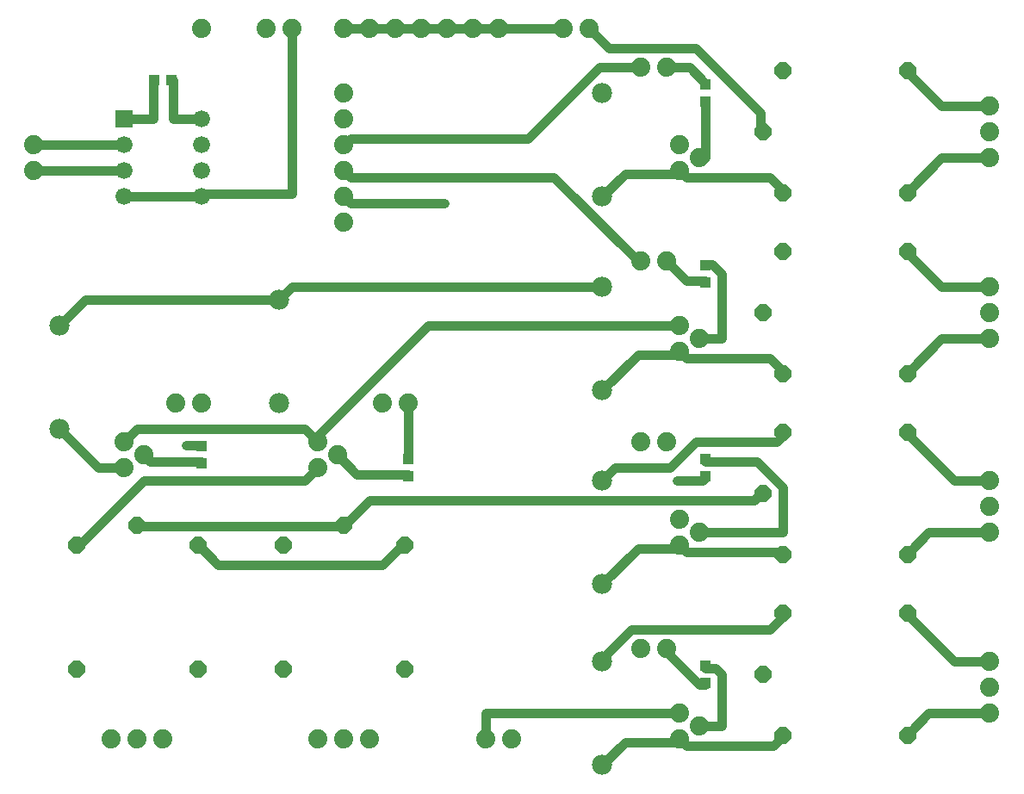
<source format=gbr>
G04 EAGLE Gerber RS-274X export*
G75*
%MOMM*%
%FSLAX34Y34*%
%LPD*%
%INTop Copper*%
%IPPOS*%
%AMOC8*
5,1,8,0,0,1.08239X$1,22.5*%
G01*
%ADD10C,1.879600*%
%ADD11C,1.981200*%
%ADD12R,1.000000X1.100000*%
%ADD13R,1.100000X1.000000*%
%ADD14P,1.785944X8X22.500000*%
%ADD15P,1.785944X8X292.500000*%
%ADD16R,1.676400X1.676400*%
%ADD17C,1.676400*%
%ADD18C,0.914400*%
%ADD19C,0.756400*%


D10*
X317500Y736600D03*
X342900Y736600D03*
X368300Y736600D03*
X393700Y736600D03*
X419100Y736600D03*
X444500Y736600D03*
X469900Y736600D03*
X533400Y736600D03*
X558800Y736600D03*
X241300Y736600D03*
X266700Y736600D03*
X482600Y38100D03*
X457200Y38100D03*
D11*
X571500Y12700D03*
X571500Y114300D03*
D10*
X609600Y698500D03*
X635000Y698500D03*
X355600Y368300D03*
X381000Y368300D03*
X152400Y368300D03*
X177800Y368300D03*
D11*
X571500Y190500D03*
X571500Y292100D03*
X571500Y381000D03*
X571500Y482600D03*
X571500Y571500D03*
X571500Y673100D03*
X254000Y368300D03*
X254000Y469900D03*
X38100Y342900D03*
X38100Y444500D03*
D10*
X609600Y127000D03*
X635000Y127000D03*
X609600Y330200D03*
X635000Y330200D03*
X609600Y508000D03*
X635000Y508000D03*
X12700Y596900D03*
X12700Y622300D03*
X177800Y736600D03*
X647700Y63500D03*
X666750Y50800D03*
X647700Y38100D03*
X647700Y254000D03*
X666750Y241300D03*
X647700Y228600D03*
X647700Y444500D03*
X666750Y431800D03*
X647700Y419100D03*
X647700Y622300D03*
X666750Y609600D03*
X647700Y596900D03*
X292100Y330200D03*
X311150Y317500D03*
X292100Y304800D03*
X101600Y330200D03*
X120650Y317500D03*
X101600Y304800D03*
D12*
X673100Y93100D03*
X673100Y110100D03*
X381000Y313300D03*
X381000Y296300D03*
X673100Y681600D03*
X673100Y664600D03*
D13*
X148200Y685800D03*
X131200Y685800D03*
D12*
X673100Y296300D03*
X673100Y313300D03*
X673100Y486800D03*
X673100Y503800D03*
X177800Y326000D03*
X177800Y309000D03*
D10*
X952500Y114300D03*
X952500Y88900D03*
X952500Y63500D03*
X952500Y292100D03*
X952500Y266700D03*
X952500Y241300D03*
X952500Y482600D03*
X952500Y457200D03*
X952500Y431800D03*
X952500Y660400D03*
X952500Y635000D03*
X952500Y609600D03*
X139700Y38100D03*
X114300Y38100D03*
X88900Y38100D03*
X342900Y38100D03*
X317500Y38100D03*
X292100Y38100D03*
X317500Y546100D03*
X317500Y571500D03*
X317500Y596900D03*
X317500Y622300D03*
X317500Y647700D03*
X317500Y673100D03*
D14*
X749300Y161600D03*
X749300Y41600D03*
X871300Y161600D03*
X871300Y41600D03*
X729300Y101600D03*
X749300Y339400D03*
X749300Y219400D03*
X871300Y339400D03*
X871300Y219400D03*
X729300Y279400D03*
D15*
X377500Y228600D03*
X257500Y228600D03*
X377500Y106600D03*
X257500Y106600D03*
X317500Y248600D03*
D14*
X749300Y517200D03*
X749300Y397200D03*
X871300Y517200D03*
X871300Y397200D03*
X729300Y457200D03*
X749300Y695000D03*
X749300Y575000D03*
X871300Y695000D03*
X871300Y575000D03*
X729300Y635000D03*
D15*
X174300Y228600D03*
X54300Y228600D03*
X174300Y106600D03*
X54300Y106600D03*
X114300Y248600D03*
D16*
X101600Y647700D03*
D17*
X101600Y622300D03*
X101600Y596900D03*
X101600Y571500D03*
X177800Y571500D03*
X177800Y596900D03*
X177800Y622300D03*
X177800Y647700D03*
D18*
X749300Y41275D02*
X739775Y31750D01*
X654050Y31750D01*
X647700Y38100D01*
X749300Y41275D02*
X749300Y41600D01*
X593725Y34925D02*
X571500Y12700D01*
X593725Y34925D02*
X644525Y34925D01*
X647700Y38100D01*
X654050Y222250D02*
X749300Y222250D01*
X654050Y222250D02*
X647700Y228600D01*
X749300Y222250D02*
X749300Y219400D01*
X606425Y225425D02*
X571500Y190500D01*
X606425Y225425D02*
X644525Y225425D01*
X647700Y228600D01*
X749300Y400050D02*
X736600Y412750D01*
X654050Y412750D01*
X647700Y419100D01*
X749300Y400050D02*
X749300Y397200D01*
X606425Y415925D02*
X571500Y381000D01*
X606425Y415925D02*
X644525Y415925D01*
X647700Y419100D01*
X76200Y304800D02*
X38100Y342900D01*
X76200Y304800D02*
X101600Y304800D01*
X120650Y292100D02*
X57150Y228600D01*
X120650Y292100D02*
X279400Y292100D01*
X292100Y304800D01*
X57150Y228600D02*
X54300Y228600D01*
X736600Y590550D02*
X749300Y577850D01*
X736600Y590550D02*
X654050Y590550D01*
X647700Y596900D01*
X749300Y577850D02*
X749300Y575000D01*
X593725Y593725D02*
X571500Y571500D01*
X593725Y593725D02*
X644525Y593725D01*
X647700Y596900D01*
X673100Y609600D02*
X673100Y664600D01*
X673100Y609600D02*
X666750Y609600D01*
X381000Y298450D02*
X330200Y298450D01*
X311150Y317500D01*
X381000Y298450D02*
X381000Y296300D01*
X177800Y311150D02*
X127000Y311150D01*
X120650Y317500D01*
X177800Y311150D02*
X177800Y309000D01*
X177800Y327025D02*
X161925Y327025D01*
X177800Y327025D02*
X177800Y326000D01*
D19*
X161925Y327025D03*
D18*
X381000Y313300D02*
X381000Y368300D01*
X673100Y682625D02*
X657225Y698500D01*
X635000Y698500D01*
X673100Y682625D02*
X673100Y681600D01*
X673100Y504825D02*
X679450Y504825D01*
X688975Y495300D01*
X688975Y431800D01*
X666750Y431800D01*
X673100Y503800D02*
X673100Y504825D01*
X673100Y488950D02*
X654050Y488950D01*
X635000Y508000D01*
X673100Y488950D02*
X673100Y486800D01*
X673100Y295275D02*
X669925Y292100D01*
X644525Y292100D01*
X673100Y295275D02*
X673100Y296300D01*
D19*
X644525Y292100D03*
D18*
X673100Y311150D02*
X723900Y311150D01*
X749300Y285750D01*
X749300Y241300D01*
X666750Y241300D01*
X673100Y311150D02*
X673100Y313300D01*
X673100Y92075D02*
X666750Y92075D01*
X635000Y123825D01*
X635000Y127000D01*
X673100Y93100D02*
X673100Y92075D01*
X673100Y107950D02*
X682625Y107950D01*
X688975Y101600D01*
X688975Y50800D01*
X666750Y50800D01*
X673100Y107950D02*
X673100Y110100D01*
X873125Y44450D02*
X892175Y63500D01*
X952500Y63500D01*
X873125Y44450D02*
X871300Y41600D01*
X917575Y114300D02*
X873125Y158750D01*
X917575Y114300D02*
X952500Y114300D01*
X873125Y158750D02*
X871300Y161600D01*
X873125Y222250D02*
X892175Y241300D01*
X952500Y241300D01*
X873125Y222250D02*
X871300Y219400D01*
X749300Y336550D02*
X742950Y330200D01*
X663575Y330200D01*
X638175Y304800D01*
X584200Y304800D01*
X571500Y292100D01*
X749300Y336550D02*
X749300Y339400D01*
X904875Y482600D02*
X873125Y514350D01*
X904875Y482600D02*
X952500Y482600D01*
X873125Y514350D02*
X871300Y517200D01*
X873125Y336550D02*
X917575Y292100D01*
X952500Y292100D01*
X873125Y336550D02*
X871300Y339400D01*
X904875Y660400D02*
X873125Y692150D01*
X904875Y660400D02*
X952500Y660400D01*
X873125Y692150D02*
X871300Y695000D01*
X904875Y609600D02*
X873125Y577850D01*
X904875Y609600D02*
X952500Y609600D01*
X873125Y577850D02*
X871300Y575000D01*
X149225Y647700D02*
X149225Y685800D01*
X149225Y647700D02*
X177800Y647700D01*
X149225Y685800D02*
X148200Y685800D01*
X130175Y685800D02*
X130175Y647700D01*
X101600Y647700D01*
X130175Y685800D02*
X131200Y685800D01*
X101600Y622300D02*
X12700Y622300D01*
X101600Y571500D02*
X177800Y571500D01*
X266700Y574675D02*
X266700Y736600D01*
X266700Y574675D02*
X180975Y574675D01*
X177800Y571500D01*
X174625Y228600D02*
X193675Y209550D01*
X355600Y209550D01*
X374650Y228600D01*
X174625Y228600D02*
X174300Y228600D01*
X374650Y228600D02*
X377500Y228600D01*
X736600Y146050D02*
X749300Y158750D01*
X736600Y146050D02*
X600075Y146050D01*
X571500Y117475D01*
X571500Y114300D01*
X749300Y158750D02*
X749300Y161600D01*
X63500Y469900D02*
X38100Y444500D01*
X63500Y469900D02*
X254000Y469900D01*
X266700Y482600D01*
X571500Y482600D01*
X114300Y342900D02*
X101600Y330200D01*
X114300Y342900D02*
X279400Y342900D01*
X292100Y330200D01*
X457200Y63500D02*
X457200Y38100D01*
X457200Y63500D02*
X647700Y63500D01*
X292100Y336550D02*
X400050Y444500D01*
X647700Y444500D01*
X292100Y336550D02*
X292100Y330200D01*
X323850Y565150D02*
X317500Y571500D01*
X323850Y565150D02*
X415925Y565150D01*
D19*
X415925Y565150D03*
D18*
X323850Y590550D02*
X317500Y596900D01*
X323850Y590550D02*
X523875Y590550D01*
X606425Y508000D01*
X609600Y508000D01*
X323850Y628650D02*
X317500Y622300D01*
X323850Y628650D02*
X498475Y628650D01*
X568325Y698500D01*
X609600Y698500D01*
X904875Y431800D02*
X873125Y400050D01*
X904875Y431800D02*
X952500Y431800D01*
X873125Y400050D02*
X871300Y397200D01*
X342900Y736600D02*
X317500Y736600D01*
X342900Y736600D02*
X368300Y736600D01*
X393700Y736600D01*
X419100Y736600D01*
X444500Y736600D01*
X469900Y736600D01*
X533400Y736600D01*
X317500Y247650D02*
X114300Y247650D01*
X114300Y248600D01*
X317500Y248600D02*
X317500Y247650D01*
X577850Y717550D02*
X558800Y736600D01*
X577850Y717550D02*
X663575Y717550D01*
X727075Y654050D01*
X727075Y635000D01*
X729300Y635000D01*
X342900Y273050D02*
X320675Y250825D01*
X342900Y273050D02*
X720725Y273050D01*
X727075Y279400D01*
X320675Y250825D02*
X317500Y248600D01*
X727075Y279400D02*
X729300Y279400D01*
X101600Y596900D02*
X12700Y596900D01*
M02*

</source>
